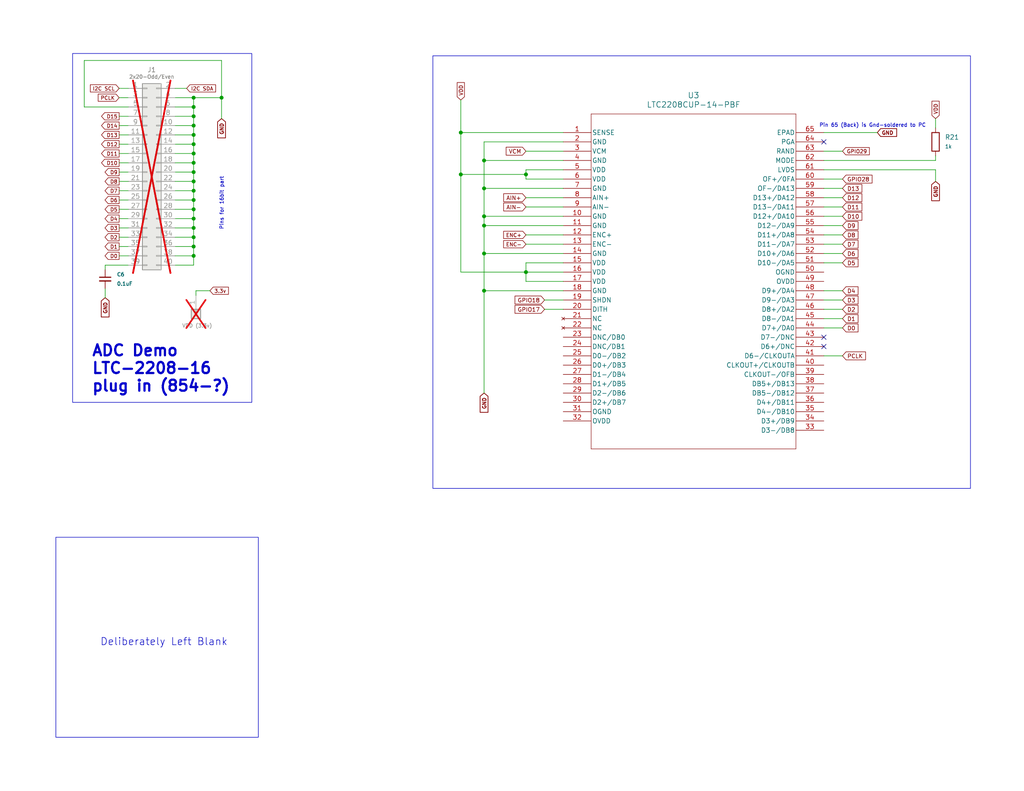
<source format=kicad_sch>
(kicad_sch (version 20231120) (generator "eeschema") (generator_version "8.0")
  (paper "USLetter")
  (title_block (title "XerxesSDR-Dual") (date "2025-04-28") (rev "0.0.1") (company "Dave Witten, KD0EAG; Tom  McDermott, N5EG; Franco Venturi, K4VZ") (comment 2 "[ A Minimalist Rework of HF-103 designed by Oskar Stella, ik1xpv ]") (comment 3 "Infineon/Cypress  FX3 DevKit and LTC2208 and Xilinx XC7-A35T ") (comment 4 "An initial work-in-progress design based on the based on the"))
  (lib_symbols
    (symbol "Connector_Generic:Conn_01x01" (pin_names (offset 1.016) hide)
      (property "Reference" "J" (at 0 2.54 0))
      (property "Value" "Conn_01x01" (at 0 -2.54 0))
      (symbol "Conn_01x01_1_1"
        (rectangle (start -1.27 0.127) (end 0 -0.127) (stroke (width 0.1524)))
        (rectangle (start -1.27 1.27) (end 1.27 -1.27) (stroke (width 0.254)) (fill (type background)))
        (pin passive line (at -5.08 0 0) (length 3.81) (name "Pin_1") (number "1"))
      )
    )
    (symbol "Connector_Generic:Conn_02x20_Odd_Even" (pin_names (offset 1.016) hide)
      (property "Reference" "J" (at 1.27 25.4 0))
      (property "Value" "Conn_02x20_Odd_Even" (at 1.27 -27.94 0))
      (symbol "Conn_02x20_Odd_Even_1_1"
        (rectangle (start -1.27 -25.273) (end 0 -25.527) (stroke (width 0.1524)))
        (rectangle (start -1.27 -22.733) (end 0 -22.987) (stroke (width 0.1524)))
        (rectangle (start -1.27 -20.193) (end 0 -20.447) (stroke (width 0.1524)))
        (rectangle (start -1.27 -17.653) (end 0 -17.907) (stroke (width 0.1524)))
        (rectangle (start -1.27 -15.113) (end 0 -15.367) (stroke (width 0.1524)))
        (rectangle (start -1.27 -12.573) (end 0 -12.827) (stroke (width 0.1524)))
        (rectangle (start -1.27 -10.033) (end 0 -10.287) (stroke (width 0.1524)))
        (rectangle (start -1.27 -7.493) (end 0 -7.747) (stroke (width 0.1524)))
        (rectangle (start -1.27 -4.953) (end 0 -5.207) (stroke (width 0.1524)))
        (rectangle (start -1.27 -2.413) (end 0 -2.667) (stroke (width 0.1524)))
        (rectangle (start -1.27 0.127) (end 0 -0.127) (stroke (width 0.1524)))
        (rectangle (start -1.27 2.667) (end 0 2.413) (stroke (width 0.1524)))
        (rectangle (start -1.27 5.207) (end 0 4.953) (stroke (width 0.1524)))
        (rectangle (start -1.27 7.747) (end 0 7.493) (stroke (width 0.1524)))
        (rectangle (start -1.27 10.287) (end 0 10.033) (stroke (width 0.1524)))
        (rectangle (start -1.27 12.827) (end 0 12.573) (stroke (width 0.1524)))
        (rectangle (start -1.27 15.367) (end 0 15.113) (stroke (width 0.1524)))
        (rectangle (start -1.27 17.907) (end 0 17.653) (stroke (width 0.1524)))
        (rectangle (start -1.27 20.447) (end 0 20.193) (stroke (width 0.1524)))
        (rectangle (start -1.27 22.987) (end 0 22.733) (stroke (width 0.1524)))
        (rectangle (start -1.27 24.13) (end 3.81 -26.67) (stroke (width 0.254)) (fill (type background)))
        (rectangle (start 3.81 -25.273) (end 2.54 -25.527) (stroke (width 0.1524)))
        (rectangle (start 3.81 -22.733) (end 2.54 -22.987) (stroke (width 0.1524)))
        (rectangle (start 3.81 -20.193) (end 2.54 -20.447) (stroke (width 0.1524)))
        (rectangle (start 3.81 -17.653) (end 2.54 -17.907) (stroke (width 0.1524)))
        (rectangle (start 3.81 -15.113) (end 2.54 -15.367) (stroke (width 0.1524)))
        (rectangle (start 3.81 -12.573) (end 2.54 -12.827) (stroke (width 0.1524)))
        (rectangle (start 3.81 -10.033) (end 2.54 -10.287) (stroke (width 0.1524)))
        (rectangle (start 3.81 -7.493) (end 2.54 -7.747) (stroke (width 0.1524)))
        (rectangle (start 3.81 -4.953) (end 2.54 -5.207) (stroke (width 0.1524)))
        (rectangle (start 3.81 -2.413) (end 2.54 -2.667) (stroke (width 0.1524)))
        (rectangle (start 3.81 0.127) (end 2.54 -0.127) (stroke (width 0.1524)))
        (rectangle (start 3.81 2.667) (end 2.54 2.413) (stroke (width 0.1524)))
        (rectangle (start 3.81 5.207) (end 2.54 4.953) (stroke (width 0.1524)))
        (rectangle (start 3.81 7.747) (end 2.54 7.493) (stroke (width 0.1524)))
        (rectangle (start 3.81 10.287) (end 2.54 10.033) (stroke (width 0.1524)))
        (rectangle (start 3.81 12.827) (end 2.54 12.573) (stroke (width 0.1524)))
        (rectangle (start 3.81 15.367) (end 2.54 15.113) (stroke (width 0.1524)))
        (rectangle (start 3.81 17.907) (end 2.54 17.653) (stroke (width 0.1524)))
        (rectangle (start 3.81 20.447) (end 2.54 20.193) (stroke (width 0.1524)))
        (rectangle (start 3.81 22.987) (end 2.54 22.733) (stroke (width 0.1524)))
        (pin passive line (at -5.08 22.86 0) (length 3.81) (name "Pin_1") (number "1"))
        (pin passive line (at 7.62 12.7 180) (length 3.81) (name "Pin_10") (number "10"))
        (pin passive line (at -5.08 10.16 0) (length 3.81) (name "Pin_11") (number "11"))
        (pin passive line (at 7.62 10.16 180) (length 3.81) (name "Pin_12") (number "12"))
        (pin passive line (at -5.08 7.62 0) (length 3.81) (name "Pin_13") (number "13"))
        (pin passive line (at 7.62 7.62 180) (length 3.81) (name "Pin_14") (number "14"))
        (pin passive line (at -5.08 5.08 0) (length 3.81) (name "Pin_15") (number "15"))
        (pin passive line (at 7.62 5.08 180) (length 3.81) (name "Pin_16") (number "16"))
        (pin passive line (at -5.08 2.54 0) (length 3.81) (name "Pin_17") (number "17"))
        (pin passive line (at 7.62 2.54 180) (length 3.81) (name "Pin_18") (number "18"))
        (pin passive line (at -5.08 0 0) (length 3.81) (name "Pin_19") (number "19"))
        (pin passive line (at 7.62 22.86 180) (length 3.81) (name "Pin_2") (number "2"))
        (pin passive line (at 7.62 0 180) (length 3.81) (name "Pin_20") (number "20"))
        (pin passive line (at -5.08 -2.54 0) (length 3.81) (name "Pin_21") (number "21"))
        (pin passive line (at 7.62 -2.54 180) (length 3.81) (name "Pin_22") (number "22"))
        (pin passive line (at -5.08 -5.08 0) (length 3.81) (name "Pin_23") (number "23"))
        (pin passive line (at 7.62 -5.08 180) (length 3.81) (name "Pin_24") (number "24"))
        (pin passive line (at -5.08 -7.62 0) (length 3.81) (name "Pin_25") (number "25"))
        (pin passive line (at 7.62 -7.62 180) (length 3.81) (name "Pin_26") (number "26"))
        (pin passive line (at -5.08 -10.16 0) (length 3.81) (name "Pin_27") (number "27"))
        (pin passive line (at 7.62 -10.16 180) (length 3.81) (name "Pin_28") (number "28"))
        (pin passive line (at -5.08 -12.7 0) (length 3.81) (name "Pin_29") (number "29"))
        (pin passive line (at -5.08 20.32 0) (length 3.81) (name "Pin_3") (number "3"))
        (pin passive line (at 7.62 -12.7 180) (length 3.81) (name "Pin_30") (number "30"))
        (pin passive line (at -5.08 -15.24 0) (length 3.81) (name "Pin_31") (number "31"))
        (pin passive line (at 7.62 -15.24 180) (length 3.81) (name "Pin_32") (number "32"))
        (pin passive line (at -5.08 -17.78 0) (length 3.81) (name "Pin_33") (number "33"))
        (pin passive line (at 7.62 -17.78 180) (length 3.81) (name "Pin_34") (number "34"))
        (pin passive line (at -5.08 -20.32 0) (length 3.81) (name "Pin_35") (number "35"))
        (pin passive line (at 7.62 -20.32 180) (length 3.81) (name "Pin_36") (number "36"))
        (pin passive line (at -5.08 -22.86 0) (length 3.81) (name "Pin_37") (number "37"))
        (pin passive line (at 7.62 -22.86 180) (length 3.81) (name "Pin_38") (number "38"))
        (pin passive line (at -5.08 -25.4 0) (length 3.81) (name "Pin_39") (number "39"))
        (pin passive line (at 7.62 20.32 180) (length 3.81) (name "Pin_4") (number "4"))
        (pin passive line (at 7.62 -25.4 180) (length 3.81) (name "Pin_40") (number "40"))
        (pin passive line (at -5.08 17.78 0) (length 3.81) (name "Pin_5") (number "5"))
        (pin passive line (at 7.62 17.78 180) (length 3.81) (name "Pin_6") (number "6"))
        (pin passive line (at -5.08 15.24 0) (length 3.81) (name "Pin_7") (number "7"))
        (pin passive line (at 7.62 15.24 180) (length 3.81) (name "Pin_8") (number "8"))
        (pin passive line (at -5.08 12.7 0) (length 3.81) (name "Pin_9") (number "9"))
      )
    )
    (symbol "Device:C_Small" (pin_numbers hide) (pin_names (offset 0.254) hide)
      (property "Reference" "C" (at 0.254 1.778 0))
      (property "Value" "C_Small" (at 0.254 -2.032 0))
      (symbol "C_Small_0_1"
        (polyline (pts (xy -1.524 -0.508) (xy 1.524 -0.508)) (stroke (width 0.3302)))
        (polyline (pts (xy -1.524 0.508) (xy 1.524 0.508)) (stroke (width 0.3048)))
      )
      (symbol "C_Small_1_1"
        (pin passive line (at 0 2.54 270) (length 2.032) (name "~") (number "1"))
        (pin passive line (at 0 -2.54 90) (length 2.032) (name "~") (number "2"))
      )
    )
    (symbol "Device:R" (pin_numbers hide) (pin_names (offset 0))
      (property "Reference" "R" (at 2.032 0 90))
      (property "Value" "R" (at 0 0 90))
      (symbol "R_0_1"
        (rectangle (start -1.016 -2.54) (end 1.016 2.54) (stroke (width 0.254)))
      )
      (symbol "R_1_1"
        (pin passive line (at 0 3.81 270) (length 1.27) (name "~") (number "1"))
        (pin passive line (at 0 -3.81 90) (length 1.27) (name "~") (number "2"))
      )
    )
    (symbol "HF103-redux:LTC2208CUP-14-PBF" (pin_names (offset 0.254))
      (property "Reference" "U" (at 35.56 10.16 0))
      (property "Value" "LTC2208CUP-14-PBF" (at 35.56 7.62 0))
      (symbol "LTC2208CUP-14-PBF_0_1"
        (polyline (pts (xy 7.62 -86.36) (xy 63.5 -86.36)) (stroke (width 0.127)))
        (polyline (pts (xy 7.62 5.08) (xy 7.62 -86.36)) (stroke (width 0.127)))
        (polyline (pts (xy 63.5 -86.36) (xy 63.5 5.08)) (stroke (width 0.127)))
        (polyline (pts (xy 63.5 5.08) (xy 7.62 5.08)) (stroke (width 0.127)))
        (pin input line (at 0 0 0) (length 7.62) (name "SENSE") (number "1"))
        (pin power_in line (at 0 -22.86 0) (length 7.62) (name "GND") (number "10"))
        (pin power_in line (at 0 -25.4 0) (length 7.62) (name "GND") (number "11"))
        (pin input line (at 0 -27.94 0) (length 7.62) (name "ENC+") (number "12"))
        (pin input line (at 0 -30.48 0) (length 7.62) (name "ENC-") (number "13"))
        (pin power_in line (at 0 -33.02 0) (length 7.62) (name "GND") (number "14"))
        (pin power_in line (at 0 -35.56 0) (length 7.62) (name "VDD") (number "15"))
        (pin power_in line (at 0 -38.1 0) (length 7.62) (name "VDD") (number "16"))
        (pin power_in line (at 0 -40.64 0) (length 7.62) (name "VDD") (number "17"))
        (pin power_in line (at 0 -43.18 0) (length 7.62) (name "GND") (number "18"))
        (pin unspecified line (at 0 -45.72 0) (length 7.62) (name "SHDN") (number "19"))
        (pin power_in line (at 0 -2.54 0) (length 7.62) (name "GND") (number "2"))
        (pin unspecified line (at 0 -48.26 0) (length 7.62) (name "DITH") (number "20"))
        (pin no_connect line (at 0 -50.8 0) (length 7.62) (name "NC") (number "21"))
        (pin no_connect line (at 0 -53.34 0) (length 7.62) (name "NC") (number "22"))
        (pin bidirectional line (at 0 -55.88 0) (length 7.62) (name "DNC/DB0") (number "23"))
        (pin bidirectional line (at 0 -58.42 0) (length 7.62) (name "DNC/DB1") (number "24"))
        (pin output line (at 0 -60.96 0) (length 7.62) (name "D0-/DB2") (number "25"))
        (pin output line (at 0 -63.5 0) (length 7.62) (name "D0+/DB3") (number "26"))
        (pin output line (at 0 -66.04 0) (length 7.62) (name "D1-/DB4") (number "27"))
        (pin output line (at 0 -68.58 0) (length 7.62) (name "D1+/DB5") (number "28"))
        (pin output line (at 0 -71.12 0) (length 7.62) (name "D2-/DB6") (number "29"))
        (pin output line (at 0 -5.08 0) (length 7.62) (name "VCM") (number "3"))
        (pin output line (at 0 -73.66 0) (length 7.62) (name "D2+/DB7") (number "30"))
        (pin power_in line (at 0 -76.2 0) (length 7.62) (name "OGND") (number "31"))
        (pin power_in line (at 0 -78.74 0) (length 7.62) (name "OVDD") (number "32"))
        (pin output line (at 71.12 -81.28 180) (length 7.62) (name "D3-/DB8") (number "33"))
        (pin output line (at 71.12 -78.74 180) (length 7.62) (name "D3+/DB9") (number "34"))
        (pin output line (at 71.12 -76.2 180) (length 7.62) (name "D4-/DB10") (number "35"))
        (pin output line (at 71.12 -73.66 180) (length 7.62) (name "D4+/DB11") (number "36"))
        (pin output line (at 71.12 -71.12 180) (length 7.62) (name "DB5-/DB12") (number "37"))
        (pin output line (at 71.12 -68.58 180) (length 7.62) (name "DB5+/DB13") (number "38"))
        (pin output line (at 71.12 -66.04 180) (length 7.62) (name "CLKOUT-/OFB") (number "39"))
        (pin power_in line (at 0 -7.62 0) (length 7.62) (name "GND") (number "4"))
        (pin output line (at 71.12 -63.5 180) (length 7.62) (name "CLKOUT+/CLKOUTB") (number "40"))
        (pin output line (at 71.12 -60.96 180) (length 7.62) (name "D6-/CLKOUTA") (number "41"))
        (pin bidirectional line (at 71.12 -58.42 180) (length 7.62) (name "D6+/DNC") (number "42"))
        (pin bidirectional line (at 71.12 -55.88 180) (length 7.62) (name "D7-/DNC") (number "43"))
        (pin output line (at 71.12 -53.34 180) (length 7.62) (name "D7+/DA0") (number "44"))
        (pin output line (at 71.12 -50.8 180) (length 7.62) (name "D8-/DA1") (number "45"))
        (pin output line (at 71.12 -48.26 180) (length 7.62) (name "D8+/DA2") (number "46"))
        (pin output line (at 71.12 -45.72 180) (length 7.62) (name "D9-/DA3") (number "47"))
        (pin output line (at 71.12 -43.18 180) (length 7.62) (name "D9+/DA4") (number "48"))
        (pin power_in line (at 71.12 -40.64 180) (length 7.62) (name "OVDD") (number "49"))
        (pin power_in line (at 0 -10.16 0) (length 7.62) (name "VDD") (number "5"))
        (pin power_in line (at 71.12 -38.1 180) (length 7.62) (name "OGND") (number "50"))
        (pin output line (at 71.12 -35.56 180) (length 7.62) (name "D10-/DA5") (number "51"))
        (pin output line (at 71.12 -33.02 180) (length 7.62) (name "D10+/DA6") (number "52"))
        (pin output line (at 71.12 -30.48 180) (length 7.62) (name "D11-/DA7") (number "53"))
        (pin output line (at 71.12 -27.94 180) (length 7.62) (name "D11+/DA8") (number "54"))
        (pin output line (at 71.12 -25.4 180) (length 7.62) (name "D12-/DA9") (number "55"))
        (pin output line (at 71.12 -22.86 180) (length 7.62) (name "D12+/DA10") (number "56"))
        (pin output line (at 71.12 -20.32 180) (length 7.62) (name "D13-/DA11") (number "57"))
        (pin output line (at 71.12 -17.78 180) (length 7.62) (name "D13+/DA12") (number "58"))
        (pin output line (at 71.12 -15.24 180) (length 7.62) (name "OF-/DA13") (number "59"))
        (pin power_in line (at 0 -12.7 0) (length 7.62) (name "VDD") (number "6"))
        (pin output line (at 71.12 -12.7 180) (length 7.62) (name "OF+/0FA") (number "60"))
        (pin output line (at 71.12 -10.16 180) (length 7.62) (name "LVDS") (number "61"))
        (pin output line (at 71.12 -7.62 180) (length 7.62) (name "MODE") (number "62"))
        (pin output line (at 71.12 -5.08 180) (length 7.62) (name "RAND") (number "63"))
        (pin input line (at 71.12 -2.54 180) (length 7.62) (name "PGA") (number "64"))
        (pin unspecified line (at 71.12 0 180) (length 7.62) (name "EPAD") (number "65"))
        (pin power_in line (at 0 -15.24 0) (length 7.62) (name "GND") (number "7"))
        (pin input line (at 0 -17.78 0) (length 7.62) (name "AIN+") (number "8"))
        (pin input line (at 0 -20.32 0) (length 7.62) (name "AIN-") (number "9"))
      )
    )
  )
  (junction (at 52.832 54.61))
  (junction (at 132.08 79.375))
  (junction (at 52.832 41.91))
  (junction (at 132.08 59.055))
  (junction (at 132.08 69.215))
  (junction (at 143.51 47.625))
  (junction (at 132.08 61.595))
  (junction (at 52.832 67.31))
  (junction (at 52.832 64.77))
  (junction (at 52.832 59.69))
  (junction (at 125.73 47.625))
  (junction (at 52.832 57.15))
  (junction (at 52.832 31.75))
  (junction (at 143.51 74.295))
  (junction (at 52.832 69.85))
  (junction (at 125.73 36.195))
  (junction (at 52.832 29.21))
  (junction (at 132.08 43.815))
  (junction (at 52.832 49.53))
  (junction (at 52.832 36.83))
  (junction (at 52.832 62.23))
  (junction (at 132.08 51.435))
  (junction (at 52.832 46.99))
  (junction (at 52.832 26.67))
  (junction (at 52.832 52.07))
  (junction (at 52.832 39.37))
  (junction (at 60.452 26.67))
  (junction (at 52.832 44.45))
  (junction (at 52.832 34.29))
  (no_connect (at 224.79 94.615))
  (no_connect (at 224.79 92.075))
  (no_connect (at 224.79 38.735))
  (wire (pts (xy 132.08 107.315) (xy 132.08 79.375)))
  (wire (pts (xy 22.987 16.51) (xy 22.987 29.21)))
  (wire (pts (xy 255.27 42.545) (xy 255.27 43.815)))
  (wire (pts (xy 132.08 59.055) (xy 153.67 59.055)))
  (wire (pts (xy 224.79 84.455) (xy 229.87 84.455)))
  (wire (pts (xy 143.51 47.625) (xy 143.51 48.895)))
  (wire (pts (xy 52.832 57.15) (xy 52.832 59.69)))
  (wire (pts (xy 52.832 39.37) (xy 47.752 39.37)))
  (wire (pts (xy 224.79 41.275) (xy 229.87 41.275)))
  (wire (pts (xy 52.832 52.07) (xy 52.832 54.61)))
  (wire (pts (xy 125.73 74.295) (xy 143.51 74.295)))
  (wire (pts (xy 35.052 29.21) (xy 22.987 29.21)))
  (wire (pts (xy 143.51 71.755) (xy 153.67 71.755)))
  (wire (pts (xy 32.512 31.75) (xy 35.052 31.75)))
  (wire (pts (xy 52.832 49.53) (xy 47.752 49.53)))
  (wire (pts (xy 28.702 72.39) (xy 35.052 72.39)))
  (wire (pts (xy 143.51 76.835) (xy 153.67 76.835)))
  (wire (pts (xy 143.51 46.355) (xy 153.67 46.355)))
  (wire (pts (xy 52.832 59.69) (xy 52.832 62.23)))
  (wire (pts (xy 143.51 46.355) (xy 143.51 47.625)))
  (wire (pts (xy 143.51 71.755) (xy 143.51 74.295)))
  (wire (pts (xy 224.79 79.375) (xy 229.87 79.375)))
  (wire (pts (xy 32.512 24.13) (xy 35.052 24.13)))
  (wire (pts (xy 132.08 69.215) (xy 153.67 69.215)))
  (wire (pts (xy 125.73 36.195) (xy 153.67 36.195)))
  (wire (pts (xy 32.512 57.15) (xy 35.052 57.15)))
  (wire (pts (xy 52.832 34.29) (xy 47.752 34.29)))
  (wire (pts (xy 132.08 79.375) (xy 132.08 69.215)))
  (wire (pts (xy 28.702 73.66) (xy 28.702 72.39)))
  (wire (pts (xy 224.79 51.435) (xy 229.87 51.435)))
  (wire (pts (xy 52.832 67.31) (xy 52.832 69.85)))
  (wire (pts (xy 32.512 39.37) (xy 35.052 39.37)))
  (wire (pts (xy 125.73 36.195) (xy 125.73 47.625)))
  (wire (pts (xy 143.51 74.295) (xy 143.51 76.835)))
  (wire (pts (xy 32.512 26.67) (xy 35.052 26.67)))
  (wire (pts (xy 52.832 44.45) (xy 47.752 44.45)))
  (wire (pts (xy 32.512 69.85) (xy 35.052 69.85)))
  (wire (pts (xy 224.79 66.675) (xy 229.87 66.675)))
  (wire (pts (xy 52.832 57.15) (xy 47.752 57.15)))
  (wire (pts (xy 32.512 36.83) (xy 35.052 36.83)))
  (wire (pts (xy 52.832 39.37) (xy 52.832 41.91)))
  (wire (pts (xy 52.832 31.75) (xy 47.752 31.75)))
  (wire (pts (xy 52.832 26.67) (xy 47.752 26.67)))
  (wire (pts (xy 28.702 78.74) (xy 28.702 81.28)))
  (wire (pts (xy 143.51 53.975) (xy 153.67 53.975)))
  (wire (pts (xy 47.752 24.13) (xy 50.927 24.13)))
  (wire (pts (xy 52.832 69.85) (xy 47.752 69.85)))
  (wire (pts (xy 224.79 36.195) (xy 239.395 36.195)))
  (wire (pts (xy 52.832 59.69) (xy 47.752 59.69)))
  (wire (pts (xy 125.73 47.625) (xy 125.73 74.295)))
  (wire (pts (xy 53.467 79.375) (xy 53.467 80.645)))
  (wire (pts (xy 32.512 54.61) (xy 35.052 54.61)))
  (wire (pts (xy 52.832 62.23) (xy 47.752 62.23)))
  (wire (pts (xy 60.452 16.51) (xy 60.452 26.67)))
  (wire (pts (xy 32.512 64.77) (xy 35.052 64.77)))
  (wire (pts (xy 52.832 41.91) (xy 47.752 41.91)))
  (wire (pts (xy 224.79 81.915) (xy 229.87 81.915)))
  (wire (pts (xy 52.832 34.29) (xy 52.832 36.83)))
  (wire (pts (xy 32.512 34.29) (xy 35.052 34.29)))
  (wire (pts (xy 125.73 47.625) (xy 143.51 47.625)))
  (wire (pts (xy 148.59 81.915) (xy 153.67 81.915)))
  (wire (pts (xy 52.832 29.21) (xy 47.752 29.21)))
  (wire (pts (xy 132.08 61.595) (xy 153.67 61.595)))
  (wire (pts (xy 52.832 44.45) (xy 52.832 46.99)))
  (wire (pts (xy 143.51 66.675) (xy 153.67 66.675)))
  (wire (pts (xy 32.512 46.99) (xy 35.052 46.99)))
  (wire (pts (xy 32.512 67.31) (xy 35.052 67.31)))
  (wire (pts (xy 132.08 43.815) (xy 132.08 38.735)))
  (wire (pts (xy 60.452 26.67) (xy 60.452 32.385)))
  (wire (pts (xy 52.832 67.31) (xy 47.752 67.31)))
  (wire (pts (xy 143.51 48.895) (xy 153.67 48.895)))
  (wire (pts (xy 143.51 41.275) (xy 153.67 41.275)))
  (wire (pts (xy 132.08 51.435) (xy 153.67 51.435)))
  (wire (pts (xy 22.987 16.51) (xy 60.452 16.51)))
  (wire (pts (xy 32.512 44.45) (xy 35.052 44.45)))
  (wire (pts (xy 52.832 46.99) (xy 52.832 49.53)))
  (wire (pts (xy 52.832 49.53) (xy 52.832 52.07)))
  (wire (pts (xy 132.08 59.055) (xy 132.08 51.435)))
  (wire (pts (xy 32.512 59.69) (xy 35.052 59.69)))
  (wire (pts (xy 132.08 43.815) (xy 153.67 43.815)))
  (wire (pts (xy 224.79 48.895) (xy 229.87 48.895)))
  (wire (pts (xy 132.08 61.595) (xy 132.08 59.055)))
  (wire (pts (xy 52.832 26.67) (xy 60.452 26.67)))
  (wire (pts (xy 32.512 52.07) (xy 35.052 52.07)))
  (wire (pts (xy 224.79 97.155) (xy 229.87 97.155)))
  (wire (pts (xy 52.832 64.77) (xy 52.832 67.31)))
  (wire (pts (xy 52.832 69.85) (xy 52.832 72.39)))
  (wire (pts (xy 132.08 69.215) (xy 132.08 61.595)))
  (wire (pts (xy 52.832 52.07) (xy 47.752 52.07)))
  (wire (pts (xy 143.51 74.295) (xy 153.67 74.295)))
  (wire (pts (xy 143.51 64.135) (xy 153.67 64.135)))
  (wire (pts (xy 52.832 54.61) (xy 47.752 54.61)))
  (wire (pts (xy 224.79 69.215) (xy 229.87 69.215)))
  (wire (pts (xy 255.27 49.53) (xy 255.27 46.355)))
  (wire (pts (xy 148.59 84.455) (xy 153.67 84.455)))
  (wire (pts (xy 52.832 54.61) (xy 52.832 57.15)))
  (wire (pts (xy 32.512 49.53) (xy 35.052 49.53)))
  (wire (pts (xy 224.79 59.055) (xy 229.87 59.055)))
  (wire (pts (xy 224.79 61.595) (xy 229.87 61.595)))
  (wire (pts (xy 57.277 79.375) (xy 53.467 79.375)))
  (wire (pts (xy 224.79 71.755) (xy 229.87 71.755)))
  (wire (pts (xy 52.832 26.67) (xy 52.832 29.21)))
  (wire (pts (xy 52.832 72.39) (xy 47.752 72.39)))
  (wire (pts (xy 52.832 41.91) (xy 52.832 44.45)))
  (wire (pts (xy 52.832 36.83) (xy 52.832 39.37)))
  (wire (pts (xy 224.79 56.515) (xy 229.87 56.515)))
  (wire (pts (xy 255.27 46.355) (xy 224.79 46.355)))
  (wire (pts (xy 224.79 89.535) (xy 229.87 89.535)))
  (wire (pts (xy 224.79 86.995) (xy 229.87 86.995)))
  (wire (pts (xy 52.832 46.99) (xy 47.752 46.99)))
  (wire (pts (xy 132.08 38.735) (xy 153.67 38.735)))
  (wire (pts (xy 52.832 29.21) (xy 52.832 31.75)))
  (wire (pts (xy 32.512 41.91) (xy 35.052 41.91)))
  (wire (pts (xy 143.51 56.515) (xy 153.67 56.515)))
  (wire (pts (xy 224.79 43.815) (xy 255.27 43.815)))
  (wire (pts (xy 132.08 79.375) (xy 153.67 79.375)))
  (wire (pts (xy 224.79 53.975) (xy 229.87 53.975)))
  (wire (pts (xy 224.79 64.135) (xy 229.87 64.135)))
  (wire (pts (xy 52.832 62.23) (xy 52.832 64.77)))
  (wire (pts (xy 52.832 36.83) (xy 47.752 36.83)))
  (wire (pts (xy 52.832 31.75) (xy 52.832 34.29)))
  (wire (pts (xy 125.73 27.305) (xy 125.73 36.195)))
  (wire (pts (xy 132.08 51.435) (xy 132.08 43.815)))
  (wire (pts (xy 52.832 64.77) (xy 47.752 64.77)))
  (wire (pts (xy 255.27 32.385) (xy 255.27 34.925)))
  (wire (pts (xy 32.512 62.23) (xy 35.052 62.23)))
  (rectangle (start 15.24 146.685) (end 70.485 201.295))
  (rectangle (start 19.812 14.605) (end 68.707 109.855))
  (rectangle (start 118.11 15.24) (end 264.795 133.35))
  (text "Pins for 16bit part" (at 61.087 62.865 90) (effects (font (size 1 1)) (justify left bottom)))
  (text "ADC Demo \nLTC-2208-16\nplug in (854-?)" (at 24.892 107.315 0) (effects (font (size 3 3) (thickness 0.6) (bold yes)) (justify left bottom)))
  (text "Pin 65 (Back) is Gnd-soldered to PC" (at 223.52 34.925 0) (effects (font (size 1 1)) (justify left bottom)))
  (text "Deliberately Left Blank" (at 27.305 176.53 0) (effects (font (size 2 2)) (justify left bottom)))
  (global_label "I2C SCL" (shape input) (at 32.512 24.13 180) (effects (font (size 1 1))) (property "Intersheetrefs" "${INTERSHEET_REFS}" (at 24.2093 24.13 0) (effects (justify right))))
  (global_label "GPIO28" (shape input) (at 229.87 48.895 0) (effects (font (size 1.1 1.1))) (property "Intersheetrefs" "${INTERSHEET_REFS}" (at 238.3579 48.895 0) (effects (justify left))))
  (global_label "AIN-" (shape input) (at 143.51 56.515 180) (effects (font (size 1.1 1.1))) (property "Intersheetrefs" "${INTERSHEET_REFS}" (at 137.0125 56.515 0) (effects (justify right))))
  (global_label "GPIO29" (shape input) (at 229.87 41.275 0) (effects (font (size 1 1))) (property "Intersheetrefs" "${INTERSHEET_REFS}" (at 237.6489 41.275 0) (effects (justify left))))
  (global_label "D3" (shape output) (at 32.512 62.23 180) (effects (font (size 1 1))) (property "Intersheetrefs" "${INTERSHEET_REFS}" (at 28.2093 62.23 0) (effects (justify right))))
  (global_label "D6" (shape input) (at 229.87 69.215 0) (effects (font (size 1.1 1.1))) (property "Intersheetrefs" "${INTERSHEET_REFS}" (at 234.5341 69.215 0) (effects (justify left))))
  (global_label "GND" (shape input) (at 28.702 81.28 270) (effects (font (size 1 1) (bold yes))) (property "Intersheetrefs" "${INTERSHEET_REFS}" (at 28.702 87.0529 90) (effects (justify right))))
  (global_label "D1" (shape output) (at 32.512 67.31 180) (effects (font (size 1 1))) (property "Intersheetrefs" "${INTERSHEET_REFS}" (at 28.2093 67.31 0) (effects (justify right))))
  (global_label "VDD" (shape input) (at 125.73 27.305 90) (effects (font (size 1 1))) (property "Intersheetrefs" "${INTERSHEET_REFS}" (at 125.73 22.0976 90) (effects (justify left))))
  (global_label "PCLK" (shape input) (at 229.87 97.155 0) (effects (font (size 1.1 1.1))) (property "Intersheetrefs" "${INTERSHEET_REFS}" (at 236.577 97.155 0) (effects (justify left))))
  (global_label "D13" (shape input) (at 229.87 51.435 0) (effects (font (size 1.1 1.1))) (property "Intersheetrefs" "${INTERSHEET_REFS}" (at 235.5817 51.435 0) (effects (justify left))))
  (global_label "GPIO17" (shape input) (at 148.59 84.455 180) (effects (font (size 1.1 1.1))) (property "Intersheetrefs" "${INTERSHEET_REFS}" (at 140.1021 84.455 0) (effects (justify right))))
  (global_label "D13" (shape output) (at 32.512 36.83 180) (effects (font (size 1 1))) (property "Intersheetrefs" "${INTERSHEET_REFS}" (at 27.2569 36.83 0) (effects (justify right))))
  (global_label "D10" (shape output) (at 32.512 44.45 180) (effects (font (size 1 1))) (property "Intersheetrefs" "${INTERSHEET_REFS}" (at 27.2569 44.45 0) (effects (justify right))))
  (global_label "D1" (shape input) (at 229.87 86.995 0) (effects (font (size 1.1 1.1))) (property "Intersheetrefs" "${INTERSHEET_REFS}" (at 234.5341 86.995 0) (effects (justify left))))
  (global_label "AIN+" (shape input) (at 143.51 53.975 180) (effects (font (size 1.1 1.1))) (property "Intersheetrefs" "${INTERSHEET_REFS}" (at 137.0125 53.975 0) (effects (justify right))))
  (global_label "GND" (shape input) (at 60.452 32.385 270) (effects (font (size 1 1) (bold yes))) (property "Intersheetrefs" "${INTERSHEET_REFS}" (at 60.452 38.1579 90) (effects (justify right))))
  (global_label "D11" (shape output) (at 32.512 41.91 180) (effects (font (size 1 1))) (property "Intersheetrefs" "${INTERSHEET_REFS}" (at 27.2569 41.91 0) (effects (justify right))))
  (global_label "D7" (shape input) (at 229.87 66.675 0) (effects (font (size 1.1 1.1))) (property "Intersheetrefs" "${INTERSHEET_REFS}" (at 234.5341 66.675 0) (effects (justify left))))
  (global_label "VDD" (shape input) (at 255.27 32.385 90) (effects (font (size 1 1))) (property "Intersheetrefs" "${INTERSHEET_REFS}" (at 255.27 27.1776 90) (effects (justify left))))
  (global_label "D6" (shape output) (at 32.512 54.61 180) (effects (font (size 1 1))) (property "Intersheetrefs" "${INTERSHEET_REFS}" (at 28.2093 54.61 0) (effects (justify right))))
  (global_label "D2" (shape input) (at 229.87 84.455 0) (effects (font (size 1.1 1.1))) (property "Intersheetrefs" "${INTERSHEET_REFS}" (at 234.5341 84.455 0) (effects (justify left))))
  (global_label "D12" (shape output) (at 32.512 39.37 180) (effects (font (size 1 1))) (property "Intersheetrefs" "${INTERSHEET_REFS}" (at 27.2569 39.37 0) (effects (justify right))))
  (global_label "GND" (shape input) (at 132.08 107.315 270) (effects (font (size 1 1) (bold yes))) (property "Intersheetrefs" "${INTERSHEET_REFS}" (at 132.08 113.0879 90) (effects (justify right))))
  (global_label "D15" (shape output) (at 32.512 31.75 180) (effects (font (size 1 1))) (property "Intersheetrefs" "${INTERSHEET_REFS}" (at 27.2569 31.75 0) (effects (justify right))))
  (global_label "3.3v" (shape input) (at 57.277 79.375 0) (effects (font (size 1 1))) (property "Intersheetrefs" "${INTERSHEET_REFS}" (at 62.7702 79.375 0) (effects (justify left))))
  (global_label "D8" (shape output) (at 32.512 49.53 180) (effects (font (size 1 1))) (property "Intersheetrefs" "${INTERSHEET_REFS}" (at 28.2093 49.53 0) (effects (justify right))))
  (global_label "GPIO18" (shape input) (at 148.59 81.915 180) (effects (font (size 1.1 1.1))) (property "Intersheetrefs" "${INTERSHEET_REFS}" (at 140.1021 81.915 0) (effects (justify right))))
  (global_label "VCM" (shape input) (at 143.51 41.275 180) (effects (font (size 1.1 1.1))) (property "Intersheetrefs" "${INTERSHEET_REFS}" (at 137.6935 41.275 0) (effects (justify right))))
  (global_label "D5" (shape output) (at 32.512 57.15 180) (effects (font (size 1 1))) (property "Intersheetrefs" "${INTERSHEET_REFS}" (at 28.2093 57.15 0) (effects (justify right))))
  (global_label "D7" (shape output) (at 32.512 52.07 180) (effects (font (size 1 1))) (property "Intersheetrefs" "${INTERSHEET_REFS}" (at 28.2093 52.07 0) (effects (justify right))))
  (global_label "D3" (shape input) (at 229.87 81.915 0) (effects (font (size 1.1 1.1))) (property "Intersheetrefs" "${INTERSHEET_REFS}" (at 234.5341 81.915 0) (effects (justify left))))
  (global_label "D8" (shape input) (at 229.87 64.135 0) (effects (font (size 1.1 1.1))) (property "Intersheetrefs" "${INTERSHEET_REFS}" (at 234.5341 64.135 0) (effects (justify left))))
  (global_label "D0" (shape input) (at 229.87 89.535 0) (effects (font (size 1.1 1.1))) (property "Intersheetrefs" "${INTERSHEET_REFS}" (at 234.5341 89.535 0) (effects (justify left))))
  (global_label "D5" (shape input) (at 229.87 71.755 0) (effects (font (size 1.1 1.1))) (property "Intersheetrefs" "${INTERSHEET_REFS}" (at 234.5341 71.755 0) (effects (justify left))))
  (global_label "D14" (shape output) (at 32.512 34.29 180) (effects (font (size 1 1))) (property "Intersheetrefs" "${INTERSHEET_REFS}" (at 27.2569 34.29 0) (effects (justify right))))
  (global_label "GND" (shape input) (at 239.395 36.195 0) (effects (font (size 1 1) (bold yes))) (property "Intersheetrefs" "${INTERSHEET_REFS}" (at 245.1679 36.195 0) (effects (justify left))))
  (global_label "PCLK" (shape input) (at 32.512 26.67 180) (effects (font (size 1 1))) (property "Intersheetrefs" "${INTERSHEET_REFS}" (at 26.3522 26.67 0) (effects (justify right))))
  (global_label "GND" (shape input) (at 255.27 49.53 270) (effects (font (size 1 1) (bold yes))) (property "Intersheetrefs" "${INTERSHEET_REFS}" (at 255.27 55.3029 90) (effects (justify right))))
  (global_label "D0" (shape output) (at 32.512 69.85 180) (effects (font (size 1 1))) (property "Intersheetrefs" "${INTERSHEET_REFS}" (at 28.2093 69.85 0) (effects (justify right))))
  (global_label "D9" (shape output) (at 32.512 46.99 180) (effects (font (size 1 1))) (property "Intersheetrefs" "${INTERSHEET_REFS}" (at 28.2093 46.99 0) (effects (justify right))))
  (global_label "D4" (shape output) (at 32.512 59.69 180) (effects (font (size 1 1))) (property "Intersheetrefs" "${INTERSHEET_REFS}" (at 28.2093 59.69 0) (effects (justify right))))
  (global_label "I2C SDA" (shape input) (at 50.927 24.13 0) (effects (font (size 1 1))) (property "Intersheetrefs" "${INTERSHEET_REFS}" (at 59.2773 24.13 0) (effects (justify left))))
  (global_label "ENC+" (shape input) (at 143.51 64.135 180) (effects (font (size 1 1))) (property "Intersheetrefs" "${INTERSHEET_REFS}" (at 136.9692 64.135 0) (effects (justify right))))
  (global_label "D4" (shape input) (at 229.87 79.375 0) (effects (font (size 1.1 1.1))) (property "Intersheetrefs" "${INTERSHEET_REFS}" (at 234.5341 79.375 0) (effects (justify left))))
  (global_label "D12" (shape input) (at 229.87 53.975 0) (effects (font (size 1.1 1.1))) (property "Intersheetrefs" "${INTERSHEET_REFS}" (at 235.5817 53.975 0) (effects (justify left))))
  (global_label "D10" (shape input) (at 229.87 59.055 0) (effects (font (size 1.1 1.1))) (property "Intersheetrefs" "${INTERSHEET_REFS}" (at 235.5817 59.055 0) (effects (justify left))))
  (global_label "D9" (shape input) (at 229.87 61.595 0) (effects (font (size 1.1 1.1))) (property "Intersheetrefs" "${INTERSHEET_REFS}" (at 234.5341 61.595 0) (effects (justify left))))
  (global_label "D11" (shape input) (at 229.87 56.515 0) (effects (font (size 1.1 1.1))) (property "Intersheetrefs" "${INTERSHEET_REFS}" (at 235.5817 56.515 0) (effects (justify left))))
  (global_label "ENC-" (shape input) (at 143.51 66.675 180) (effects (font (size 1 1))) (property "Intersheetrefs" "${INTERSHEET_REFS}" (at 136.9692 66.675 0) (effects (justify right))))
  (global_label "D2" (shape output) (at 32.512 64.77 180) (effects (font (size 1 1))) (property "Intersheetrefs" "${INTERSHEET_REFS}" (at 28.2093 64.77 0) (effects (justify right))))
  (symbol (lib_id "Connector_Generic:Conn_01x01") (at 53.467 85.725 270) (unit 1) (dnp yes)
    (property "Reference" "J6" (effects (hide yes)))
    (property "Value" "VDD (3.3v)" (at 49.657 88.9 90) (effects (font (size 1 1)) (justify left)))
    (property "Footprint" "Connector_PinHeader_1.00mm:PinHeader_1x01_P1.00mm_Vertical" (effects (hide yes)))
  )
  (symbol (lib_id "Device:R") (at 255.27 38.735 0) (unit 1)
    (property "Reference" "R21" (at 257.81 37.465 0) (effects (justify left)))
    (property "Value" "1k" (at 257.81 40.005 0) (effects (font (size 1 1)) (justify left)))
    (property "Footprint" "Resistor_SMD:R_0603_1608Metric" (effects (hide yes)))
    (instances (project "ClemSDR-Min_Modules_v4 (bis).kicad_pro" (path "" (reference "R21") (unit 1))) (project "HF103-redux" (path "" (reference "R5") (unit 1))))
  )
  (symbol (lib_id "Connector_Generic:Conn_02x20_Odd_Even") (at 40.132 46.99 0) (unit 1) (dnp yes)
    (property "Reference" "J1" (at 41.402 19.05 0))
    (property "Value" "2x20-Odd/Even" (at 41.402 20.955 0) (effects (font (size 1 1))))
    (property "Footprint" "Connector_PinSocket_2.54mm:PinSocket_2x20_P2.54mm_Horizontal" (effects (hide yes)))
  )
  (symbol (lib_id "HF103-redux:LTC2208CUP-14-PBF") (at 153.67 36.195 0) (unit 1)
    (property "Reference" "U3" (at 189.23 26.035 0) (effects (font (size 1.524 1.524))))
    (property "Value" "LTC2208CUP-14-PBF" (at 189.23 28.575 0) (effects (font (size 1.524 1.524))))
    (property "Footprint" "Package_DFN_QFN:QFN-64-1EP_9x9mm_P0.5mm_EP4.35x4.35mm_ThermalVias" (effects (hide yes)))
    (property "Datasheet" "https://www.analog.com/media/en/technical-documentation/data-sheets/220814fb.pdf" (effects (hide yes)))
    (instances (project "ClemSDR-Min_Modules_v4 (bis).kicad_pro" (path "" (reference "U3") (unit 1))) (project "HF103-redux" (path "" (reference "U4") (unit 1))))
  )
  (symbol (lib_id "Device:C_Small") (at 28.702 76.2 0) (unit 1)
    (property "Reference" "C6" (at 31.877 74.9362 0) (effects (font (size 1 1)) (justify left)))
    (property "Value" "0.1uF" (at 31.877 77.4762 0) (effects (font (size 1 1)) (justify left)))
    (property "Footprint" "Capacitor_SMD:C_0603_1608Metric" (effects (hide yes)))
    (property "LCSC" "C15849" (effects (hide yes)))
    (instances (project "ClemSDR-Min_Modules_v4 (bis).kicad_pro" (path "" (reference "C6") (unit 1))) (project "HF103-Min" (path "" (reference "C1") (unit 1))))
  )
)
</source>
